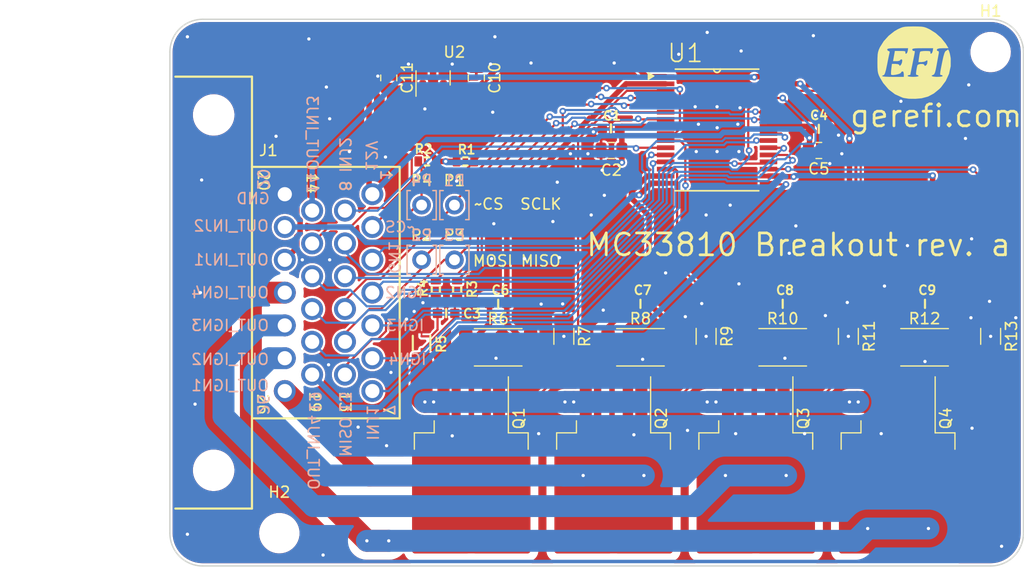
<source format=kicad_pcb>
(kicad_pcb (version 20221018) (generator pcbnew)
  (title_block (title "GDI 4ch") (date "2023-05-14") (rev "Rev. d") (company "http://gerefi.com/"))
  (layers (0 "F.Cu" signal) (31 "B.Cu" signal) (34 "B.Paste" user) (35 "F.Paste" user) (36 "B.SilkS" user "B.Silkscreen") (37 "F.SilkS" user "F.Silkscreen") (38 "B.Mask" user) (39 "F.Mask" user) (44 "Edge.Cuts" user))
  (net 0 "")
  (net 1 "GND")
  (net 2 "Net-(C3-Pad1)")
  (net 3 "Net-(C3-Pad2)")
  (net 4 "/OUT_IGN1")
  (net 5 "Net-(U1-FB0)")
  (net 6 "/OUT_IGN2")
  (net 7 "Net-(U1-FB1)")
  (net 8 "/OUT_IGN3")
  (net 9 "Net-(U1-FB2)")
  (net 10 "/OUT_IGN4")
  (net 11 "Net-(U1-FB3)")
  (net 12 "/IGN1")
  (net 13 "/IGN2")
  (net 14 "/IGN3")
  (net 15 "/IGN4")
  (net 16 "/INJ1")
  (net 17 "/INJ2")
  (net 18 "/INJ3")
  (net 19 "/INJ4")
  (net 20 "/~CS")
  (net 21 "/~OUTEN")
  (net 22 "/~SPKDUR")
  (net 23 "/NOMI")
  (net 24 "/MAXI")
  (net 25 "/OUT_INJ4")
  (net 26 "/OUT_INJ3")
  (net 27 "/OUT_INJ2")
  (net 28 "/OUT_INJ1")
  (net 29 "Net-(Q1-E)")
  (net 30 "Net-(U1-RSP)")
  (net 31 "Net-(U1-RSN)")
  (net 32 "+BATT")
  (net 33 "+3.3V")
  (net 34 "Net-(Q3-G)")
  (net 35 "Net-(Q4-G)")
  (net 36 "Net-(Q2-G)")
  (net 37 "Net-(Q1-G)")
  (net 38 "/SCLK")
  (net 39 "/MISO")
  (net 40 "/MOSI")
  (footprint "kicad6-libraries:gerefi_logo" (layer "F.Cu") (at 138 98)
    (fp_text reference "G1" hide)
    (fp_text value "gerefi_LOGO" hide)
  )
  (footprint "Package_TO_SOT_SMD:TO-263-2" (layer "F.Cu") (at 123.54 136.65 -90)
    (fp_text reference "Q3")
    (fp_text value "ISL9V3040S3S")
  )
  (footprint "Package_TO_SOT_SMD:SOT-23" (layer "F.Cu") (at 94.05 99.3625 90)
    (fp_text reference "U2")
    (fp_text value "XC6202P332MR-G")
  )
  (footprint "Resistor_SMD:R_2512_6332Metric" (layer "F.Cu") (at 126 124)
    (fp_text reference "R10")
    (fp_text value "36k")
  )
  (footprint "Connectors:6473423-1" (layer "F.Cu") (at 74 119 -90)
    (fp_text reference "J1")
    (fp_text value "6473423-1")
  )
  (footprint "Capacitor_SMD:C_0805_2012Metric" (layer "F.Cu") (at 90 99.3625 -90)
    (fp_text reference "C11")
    (fp_text value "10u")
  )
  (footprint "Package_TO_SOT_SMD:TO-263-2" (layer "F.Cu") (at 110.54 136.65 -90)
    (fp_text reference "Q2")
    (fp_text value "ISL9V3040S3S")
  )
  (footprint "hellen-one-common:R0603" (layer "F.Cu") (at 93.5 107)
    (fp_text reference "R2")
    (fp_text value "10k" hide)
  )
  (footprint "kicad6-libraries:Shunt_1206" (layer "F.Cu") (at 93 123.59998 90)
    (fp_text reference "R5")
    (fp_text value "0.02" hide)
  )
  (footprint "hellen-one-common:PAD-TH" (layer "F.Cu") (at 93 116)
    (fp_text reference "P2")
    (fp_text value "Pad" hide)
  )
  (footprint "hellen-one-common:R0603" (layer "F.Cu") (at 96.249046 118.7 -90)
    (fp_text reference "R3")
    (fp_text value "100" hide)
  )
  (footprint "Resistor_SMD:R_1206_3216Metric" (layer "F.Cu") (at 106 123 90)
    (fp_text reference "R7")
    (fp_text value "4.02k")
  )
  (footprint "Package_TO_SOT_SMD:TO-263-2" (layer "F.Cu") (at 97.54 136.65 -90)
    (fp_text reference "Q1")
    (fp_text value "ISL9V3040S3S")
  )
  (footprint "hellen-one-common:R0603" (layer "F.Cu") (at 97 107 180)
    (fp_text reference "R1")
    (fp_text value "10k" hide)
  )
  (footprint "Resistor_SMD:R_2512_6332Metric" (layer "F.Cu") (at 138.9625 124)
    (fp_text reference "R12")
    (fp_text value "36k")
  )
  (footprint "Package_TO_SOT_SMD:TO-263-2" (layer "F.Cu") (at 136.54 136.65 -90)
    (fp_text reference "Q4")
    (fp_text value "ISL9V3040S3S")
  )
  (footprint "hellen-one-common:C0603" (layer "F.Cu") (at 139 120)
    (fp_text reference "C9")
    (fp_text value "100n" hide)
  )
  (footprint "hellen-one-common:C0603" (layer "F.Cu") (at 100 120)
    (fp_text reference "C6")
    (fp_text value "100n" hide)
  )
  (footprint "hellen-one-common:PAD-TH" (layer "F.Cu") (at 93 111)
    (fp_text reference "P4")
    (fp_text value "Pad" hide)
  )
  (footprint "Capacitor_SMD:C_0805_2012Metric" (layer "F.Cu") (at 98 99.3625 -90)
    (fp_text reference "C10")
    (fp_text value "10u")
  )
  (footprint "Resistor_SMD:R_1206_3216Metric" (layer "F.Cu") (at 119 123 90)
    (fp_text reference "R9")
    (fp_text value "4.02k")
  )
  (footprint "hellen-one-common:C0603" (layer "F.Cu") (at 113 120)
    (fp_text reference "C7")
    (fp_text value "100n" hide)
  )
  (footprint "hellen-one-common:PAD-TH" (layer "F.Cu") (at 96 111)
    (fp_text reference "P1")
    (fp_text value "Pad" hide)
  )
  (footprint "Capacitor_SMD:C_0805_2012Metric" (layer "F.Cu") (at 129.301 106 180)
    (fp_text reference "C5")
    (fp_text value "10u")
  )
  (footprint "hellen-one-common:C0603" (layer "F.Cu") (at 126 120)
    (fp_text reference "C8")
    (fp_text value "100n" hide)
  )
  (footprint "hellen-one-common:PAD-TH" (layer "F.Cu") (at 96 116)
    (fp_text reference "P3")
    (fp_text value "Pad" hide)
  )
  (footprint "Resistor_SMD:R_2512_6332Metric" (layer "F.Cu") (at 113 124)
    (fp_text reference "R8")
    (fp_text value "36k")
  )
  (footprint "Capacitor_SMD:C_0805_2012Metric" (layer "F.Cu") (at 110.351 106)
    (fp_text reference "C2")
    (fp_text value "10u")
  )
  (footprint "hellen-one-common:C0603" (layer "F.Cu") (at 110.301 104 180)
    (fp_text reference "C1")
    (fp_text value "100n" hide)
  )
  (footprint "hellen-one-common:R0603" (layer "F.Cu") (at 94.3 118.7 -90)
    (fp_text reference "R4")
    (fp_text value "100" hide)
  )
  (footprint "MountingHole:MountingHole_3.2mm_M3_ISO14580" (layer "F.Cu") (at 145 97)
    (fp_text reference "H1")
    (fp_text value "M3")
  )
  (footprint "Resistor_SMD:R_1206_3216Metric" (layer "F.Cu") (at 145 123 90)
    (fp_text reference "R13")
    (fp_text value "4.02k")
  )
  (footprint "MountingHole:MountingHole_3.2mm_M3_ISO14580" (layer "F.Cu") (at 80 141)
    (fp_text reference "H2")
    (fp_text value "M3")
  )
  (footprint "kicad6-libraries:Mcz33810" (layer "F.Cu") (at 120 104.1232)
    (fp_text reference "U1")
    (fp_text value "MCZ33810EK" hide)
  )
  (footprint "Resistor_SMD:R_1206_3216Metric" (layer "F.Cu") (at 132 123 90)
    (fp_text reference "R11")
    (fp_text value "4.02k")
  )
  (footprint "Resistor_SMD:R_2512_6332Metric" (layer "F.Cu") (at 100 124)
    (fp_text reference "R6")
    (fp_text value "36k")
  )
  (footprint "hellen-one-common:C0603" (layer "F.Cu") (at 95.249046 120.9 180)
    (fp_text reference "C3")
    (fp_text value "100p" hide)
  )
  (footprint "hellen-one-common:C0603" (layer "F.Cu") (at 129.301 104)
    (fp_text reference "C4")
    (fp_text value "100n" hide)
  )
  (gr_line (start 70 141) (end 70 97) (stroke (width 0.127)) (layer "Edge.Cuts"))
  (gr_arc (start 145 94) (mid 147.12132 94.87868) (end 148 97) (stroke (width 0.127)) (layer "Edge.Cuts"))
  (gr_arc (start 73 144) (mid 70.87868 143.12132) (end 70 141) (stroke (width 0.127)) (layer "Edge.Cuts"))
  (gr_line (start 148 97) (end 148 141) (stroke (width 0.127)) (layer "Edge.Cuts"))
  (gr_arc (start 70 97) (mid 70.87868 94.87868) (end 73 94) (stroke (width 0.127)) (layer "Edge.Cuts"))
  (gr_line (start 145 144) (end 73 144) (stroke (width 0.127)) (layer "Edge.Cuts"))
  (gr_line (start 73 94) (end 145 94) (stroke (width 0.127)) (layer "Edge.Cuts"))
  (gr_arc (start 148 141) (mid 147.12132 143.12132) (end 145 144) (stroke (width 0.127)) (layer "Edge.Cuts"))
  (gr_text "OUT_IGN3" (at 75.5 122) (layer "B.SilkS") (effects (font (size 1 1)) (justify mirror)))
  (gr_text "MISO" (at 86 132.2 -90) (layer "B.SilkS") (effects (font (size 1 1)) (justify mirror)))
  (gr_text "OUT_INJ2" (at 75.6 112.9) (layer "B.SilkS") (effects (font (size 1 1)) (justify mirror)))
  (gr_text "IGN4" (at 91.7 125.1) (layer "B.SilkS") (effects (font (size 1 1)) (justify mirror)))
  (gr_text "IGN3" (at 91.5 122) (layer "B.SilkS") (effects (font (size 1 1)) (justify mirror)))
  (gr_text "OUT_INJ4" (at 83.1 133.6 -90) (layer "B.SilkS") (effects (font (size 1 1)) (justify mirror)))
  (gr_text "GND" (at 77.6 110.4) (layer "B.SilkS") (effects (font (size 1 1)) (justify mirror)))
  (gr_text "OUT_INJ3" (at 83 104.4 -90) (layer "B.SilkS") (effects (font (size 1 1)) (justify mirror)))
  (gr_text "IGN1" (at 90.5 116 -90) (layer "B.SilkS") (effects (font (size 1 1)) (justify mirror)))
  (gr_text "INJ2" (at 86 106.4 -90) (layer "B.SilkS") (effects (font (size 1 1)) (justify mirror)))
  (gr_text "OUT_IGN4" (at 75.5 119) (layer "B.SilkS") (effects (font (size 1 1)) (justify mirror)))
  (gr_text "INJ1" (at 88.5 130.9 -90) (layer "B.SilkS") (effects (font (size 1 1)) (justify mirror)))
  (gr_text "12V" (at 88.4 106.5 -90) (layer "B.SilkS") (effects (font (size 1 1)) (justify mirror)))
  (gr_text "~CS" (at 91 113) (layer "B.SilkS") (effects (font (size 1 1)) (justify mirror)))
  (gr_text "IGN2" (at 91.4 119) (layer "B.SilkS") (effects (font (size 1 1)) (justify mirror)))
  (gr_text "OUT_IGN2" (at 75.5 125.1) (layer "B.SilkS") (effects (font (size 1 1)) (justify mirror)))
  (gr_text "OUT_INJ1" (at 75.6 116) (layer "B.SilkS") (effects (font (size 1 1)) (justify mirror)))
  (gr_text "OUT_IGN1" (at 75.5 127.5) (layer "B.SilkS") (effects (font (size 1 1)) (justify mirror)))
  (gr_text "MC33810 Breakout rev. a" (at 107.9 115.8) (layer "F.SilkS") (effects (font (size 2 2) (thickness 0.25)) (justify left bottom)))
  (gr_text "gerefi.com" (at 132 104) (layer "F.SilkS") (effects (font (size 2 2) (thickness 0.25)) (justify left bottom)))
  (gr_text "~CS  SCLK" (at 101.8 110.9) (layer "F.SilkS") (effects (font (size 1 1))))
  (gr_text "MOSI MISO" (at 101.7 116.1) (layer "F.SilkS") (effects (font (size 1 1))))
  (segment (start 118 102) (end 119.919394 103.919394) (width 0.2) (layer "F.Cu") (net 1))
  (segment (start 120 104.2) (end 118.1 106.1) (width 0.2) (layer "F.Cu") (net 1))
  (segment (start 120.6 103.6) (end 121.9 103.6) (width 0.2) (layer "F.Cu") (net 1))
  (segment (start 120 104.1232) (end 120 103.929288) (width 0.2) (layer "F.Cu") (net 1))
  (segment (start 120 104.1232) (end 120 102) (width 0.2) (layer "F.Cu") (net 1))
  (segment (start 119.919394 103.919394) (end 120.009894 103.919394) (width 0.2) (layer "F.Cu") (net 1))
  (segment (start 120 104.1232) (end 120 106.1) (width 0.2) (layer "F.Cu") (net 1))
  (segment (start 120 104.1232) (end 120 104.2) (width 0.2) (layer "F.Cu") (net 1))
  (segment (start 120 104.1232) (end 120.5232 103.6) (width 0.2) (layer "F.Cu") (net 1))
  (segment (start 120.0232 104.1232) (end 122 106.1) (width 0.2) (layer "F.Cu") (net 1))
  (segment (start 120 104.1232) (end 120.0768 104.1232) (width 0.2) (layer "F.Cu") (net 1))
  (segment (start 120.5232 103.6) (end 120.6 103.6) (width 0.2) (layer "F.Cu") (net 1))
  (segment (start 120 104.1232) (end 118.8232 104.1232) (width 0.2) (layer "F.Cu") (net 1))
  (segment (start 120 103.929288) (end 120.009894 103.919394) (width 0.2) (layer "F.Cu") (net 1))
  (segment (start 120.0768 104.1232) (end 122.1 102.1) (width 0.2) (layer "F.Cu") (net 1))
  (segment (start 120 104.1232) (end 120.0232 104.1232) (width 0.2) (layer "F.Cu") (net 1))
  (segment (start 118.8232 104.1232) (end 118.3 103.6) (width 0.2) (layer "F.Cu") (net 1))
  (segment (start 120.0768 104.1232) (end 120.6 103.6) (width 0.2) (layer "F.Cu") (net 1))
  (via (at 143.3 131.4) (size 0.6) (drill 0.3) (layers "F.Cu" "B.Cu") (net 1))
  (via (at 108.7 104.3) (size 0.6) (drill 0.3) (layers "F.Cu" "B.Cu") (net 1))
  (via (at 109.6 120.6) (size 0.6) (drill 0.3) (layers "F.Cu" "B.Cu") (net 1))
  (via (at 103.926875 120.05) (size 0.6) (drill 0.3) (layers "F.Cu" "B.Cu") (net 1))
  (via (at 142.7 104.9) (size 0.6) (drill 0.3) (layers "F.Cu" "B.Cu") (net 1))
  (via (at 121.2 111) (size 0.6) (drill 0.3) (layers "F.Cu" "B.Cu") (net 1))
  (via (at 99.8 125) (size 0.6) (drill 0.3) (layers "F.Cu" "B.Cu") (net 1))
  (via (at 91.622792 121.422792) (size 0.6) (drill 0.3) (layers "F.Cu" "B.Cu") (net 1))
  (via (at 84 143) (size 0.6) (drill 0.3) (layers "F.Cu" "B.Cu") (net 1))
  (via (at 92.322792 120.722792) (size 0.6) (drill 0.3) (layers "F.Cu" "B.Cu") (net 1))
  (via (at 129.9 121.1) (size 0.6) (drill 0.3) (layers "F.Cu" "B.Cu") (net 1))
  (via (at 119 123) (size 0.6) (drill 0.3) (layers "F.Cu" "B.Cu") (net 1))
  (via (at 128.8 95.5) (size 0.6) (drill 0.3) (layers "F.Cu" "B.Cu") (net 1))
  (via (at 72.3 129.2) (size 0.6) (drill 0.3) (layers "F.Cu" "B.Cu") (net 1))
  (via (at 72.9 108.7) (size 0.6) (drill 0.3) (layers "F.Cu" "B.Cu") (net 1))
  (via (at 110.6 98) (size 0.6) (drill 0.3) (layers "F.Cu" "B.Cu") (net 1))
  (via (at 71.6 141.1) (size 0.6) (drill 0.3) (layers "F.Cu" "B.Cu") (net 1))
  (via (at 71.6 95.6) (size 0.6) (drill 0.3) (layers "F.Cu" "B.Cu") (net 1))
  (via (at 105.6 115.8) (size 0.6) (drill 0.3) (layers "F.Cu" "B.Cu") (net 1))
  (via (at 126.6 115.4) (size 0.6) (drill 0.3) (layers "F.Cu" "B.Cu") (net 1))
  (via (at 115.3 117.2) (size 0.6) (drill 0.3) (layers "F.Cu" "B.Cu") (net 1))
  (via (at 129 102.8) (size 0.6) (drill 0.3) (layers "F.Cu" "B.Cu") (net 1))
  (via (at 109.7 110.1) (size 0.6) (drill 0.3) (layers "F.Cu" "B.Cu") (net 1))
  (via (at 99.7 95.6) (size 0.6) (drill 0.3) (layers "F.Cu" "B.Cu") (net 1))
  (via (at 82.7 95.8) (size 0.6) (drill 0.3) (layers "F.Cu" "B.Cu") (net 1))
  (via (at 126.2 125) (size 0.6) (drill 0.3) (layers "F.Cu" "B.Cu") (net 1))
  (via (at 99.5 102.5) (size 0.6) (drill 0.3) (layers "F.Cu" "B.Cu") (net 1))
  (via (at 131.9 119.9) (size 0.6) (drill 0.3) (layers "F.Cu" "B.Cu") (net 1))
  (via (at 120 106.1) (size 0.6) (drill 0.3) (layers "F.Cu" "B.Cu") (net 1))
  (via (at 116.5 97.2) (size 0.6) (drill 0.3) (layers "F.Cu" "B.Cu") (net 1))
  (via (at 122 106.1) (size 0.6) (drill 0.3) (layers "F.Cu" "B.Cu") (net 1))
  (via (at 146.7 103.3) (size 0.6) (drill 0.3) (layers "F.Cu" "B.Cu") (net 1))
  (via (at 143.261586 114.081666) (size 0.6) (drill 0.3) (layers "F.Cu" "B.Cu") (net 1))
  (via (at 105.4 108.9) (size 0.6) (drill 0.3) (layers "F.Cu" "B.Cu") (net 1))
  (via (at 143.2 121.3) (size 0.6) (drill 0.3) (layers "F.Cu" "B.Cu") (net 1))
  (via (at 128 131.9) (size 0.6) (drill 0.3) (layers "F.Cu" "B.Cu") (net 1))
  (via (at 120 102) (size 0.6) (drill 0.3) (layers "F.Cu" "B.Cu") (net 1))
  (via (at 135 131.9) (size 0.6) (drill 0.3) (layers "F.Cu" "B.Cu") (net 1))
  (via (at 109.5 107.8) (size 0.6) (drill 0.3) (layers "F.Cu" "B.Cu") (net 1))
  (via (at 91.8 98.1) (size 0.6) (drill 0.3) (layers "F.Cu" "B.Cu") (net 1))
  (via (at 105.892726 120.034481) (size 0.6) (drill 0.3) (layers "F.Cu" "B.Cu") (net 1))
  (via (at 146 142.2) (size 0.6) (drill 0.3) (layers "F.Cu" "B.Cu") (net 1))
  (via (at 121.9 103.6) (size 0.6) (drill 0.3) (layers "F.Cu" "B.Cu") (net 1))
  (via (at 84.5 125.6) (size 0.6) (drill 0.3) (layers "F.Cu" "B.Cu") (net 1))
  (via (at 139 125.3) (size 0.6) (drill 0.3) (layers "F.Cu" "B.Cu") (net 1))
  (via (at 106.600002 106.3) (size 0.6) (drill 0.3) (layers "F.Cu" "B.Cu") (net 1))
  (via (at 135.3 118.4) (size 0.6) (drill 0.3) (layers "F.Cu" "B.Cu") (net 1))
  (via (at 143 100) (size 0.6) (drill 0.3) (layers "F.Cu" "B.Cu") (net 1))
  (via (at 122.1 102.1) (size 0.6) (drill 0.3) (layers "F.Cu" "B.Cu") (net 1))
  (via (at 90.2 126.3) (size 0.6) (drill 0.3) (layers "F.Cu" "B.Cu") (net 1))
  (via (at 93.3 102.2) (size 0.6) (drill 0.3) (layers "F.Cu" "B.Cu") (net 1))
  (via (at 145 123) (size 0.6) (drill 0.3) (layers "F.Cu" "B.Cu") (net 1))
  (via (at 118 102) (size 0.6) (drill 0.3) (layers "F.Cu" "B.Cu") (net 1))
  (via (at 102.4 115.9) (size 0.6) (drill 0.3) (layers "F.Cu" "B.Cu") (net 1))
  (via (at 117.1 121.2) (size 0.6) (drill 0.3) (layers "F.Cu" "B.Cu") (net 1))
  (via (at 84.6 103.1) (size 0.6) (drill 0.3) (layers "F.Cu" "B.Cu") (net 1))
  (via (at 108.5 111.9) (size 0.6) (drill 0.3) (layers "F.Cu" "B.Cu") (net 1))
  (via (at 95.8 132.1) (size 0.6) (drill 0.3) (layers "F.Cu" "B.Cu") (net 1))
  (via (at 112.4 132) (size 0.6) (drill 0.3) (layers "F.Cu" "B.Cu") (net 1))
  (via (at 117.3 131.6) (size 0.6) (drill 0.3) (layers "F.Cu" "B.Cu") (net 1))
  (via (at 119 111.9) (size 0.6) (drill 0.3) (layers "F.Cu" "B.Cu") (net 1))
  (via (at 132 123) (size 0.6) (drill 0.3) (layers "F.Cu" "B.Cu") (net 1))
  (via (at 87.2 131.3) (size 0.6) (drill 0.3) (layers "F.Cu" "B.Cu") (net 1))
  (via (at 84.3 100.2) (size 0.6) (drill 0.3) (layers "F.Cu" "B.Cu") (net 1))
  (via (at 130.3 107.2) (size 0.6) (drill 0.3) (layers "F.Cu" "B.Cu") (net 1))
  (via (at 99.4 115.9) (size 0.6) (drill 0.3) (layers "F.Cu" "B.Cu") (net 1))
  (via (at 99.6 112.7) (size 0.6) (drill 0.3) (layers "F.Cu" "B.Cu") (net 1))
  (via (at 89 99.2) (size 0.6) (drill 0.3) (layers "F.Cu" "B.Cu") (net 1))
  (via (at 118.1 106.1) (size 0.6) (drill 0.3) (layers "F.Cu" "B.Cu") (net 1))
  (via (at 131.1 104.6) (size 0.6) (drill 0.3) (layers "F.Cu" "B.Cu") (net 1))
  (via (at 121.7 131.9) (size 0.6) (drill 0.3) (layers "F.Cu" "B.Cu") (net 1))
  (via (at 95.8 98.1) (size 0.6) (drill 0.3) (layers "F.Cu" "B.Cu") (net 1))
  (via (at 82.1 116) (size 0.6) (drill 0.3) (layers "F.Cu" "B.Cu") (net 1))
  (via (at 147.3 121.3) (size 0.6) (drill 0.3) (layers "F.Cu" "B.Cu") (net 1))
  (via (at 127.2 112.9) (size 0.6) (drill 0.3) (layers "F.Cu" "B.Cu") (net 1))
  (via (at 136.8 101.5) (size 0.6) (drill 0.3) (layers "F.Cu" "B.Cu") (net 1))
  (via (at 84.6 116) (size 0.6) (drill 0.3) (layers "F.Cu" "B.Cu") (net 1))
  (via (at 144.9 119.8) (size 0.6) (drill 0.3) (layers "F.Cu" "B.Cu") (net 1))
  (via (at 79.7 104.7) (size 0.6) (drill 0.3) (layers "F.Cu" "B.Cu") (net 1))
  (via (at 137.4 114.7) (size 0.6) (drill 0.3) (layers "F.Cu" "B.Cu") (net 1))
  (via (at 99.3 98.1) (size 0.6) (drill 0.3) (layers "F.Cu" "B.Cu") (net 1))
  (via (at 119.1 95.2) (size 0.6) (drill 0.3) (layers "F.Cu" "B.Cu") (net 1))
  (via (at 93.122792 119.922792) (size 0.6) (drill 0.3) (layers "F.Cu" "B.Cu") (net 1))
  (via (at 103.7 131.9) (size 0.6) (drill 0.3) (layers "F.Cu" "B.Cu") (net 1))
  (via (at 120.009894 103.919394) (size 0.6) (drill 0.3) (layers "F.Cu" "B.Cu") (net 1))
  (via (at 72.7875 119) (size 0.6) (drill 0.3) (layers "F.Cu" "B.Cu") (net 1))
  (via (at 96.2 108.8) (size 0.6) (drill 0.3) (layers "F.Cu" "B.Cu") (net 1))
  (via (at 118.6 120) (size 0.6) (drill 0.3) (layers "F.Cu" "B.Cu") (net 1))
  (via (at 86.4 106.1) (size 0.6) (drill 0.3) (layers "F.Cu" "B.Cu") (net 1))
  (via (at 106 123) (size 0.6) (drill 0.3) (layers "F.Cu" "B.Cu") (net 1))
  (via (at 118.3 103.6) (size 0.6) (drill 0.3) (layers "F.Cu" "B.Cu") (net 1))
  (via (at 122 118.2) (size 0.6) (drill 0.3) (layers "F.Cu" "B.Cu") (net 1))
  (via (at 89.8 133) (size 0.6) (drill 0.3) (layers "F.Cu" "B.Cu") (net 1))
  (via (at 108.2 106.3) (size 0.6) (drill 0.3) (layers "F.Cu" "B.Cu") (net 1))
  (via (at 89.7 106.6) (size 0.6) (drill 0.3) (layers "F.Cu" "B.Cu") (net 1))
  (via (at 122.2 96.9) (size 0.6) (drill 0.3) (layers "F.Cu" "B.Cu") (net 1))
  (via (at 131.4 106.3) (size 0.6) (drill 0.3) (layers "F.Cu" "B.Cu") (net 1))
  (via (at 103 98) (size 0.6) (drill 0.3) (layers "F.Cu" "B.Cu") (net 1))
  (via (at 105 112.5) (size 0.6) (drill 0.3) (layers "F.Cu" "B.Cu") (net 1))
  (via (at 113.2 125.1) (size 0.6) (drill 0.3) (layers "F.Cu" "B.Cu") (net 1))
  (segment (start 96.039047 120.9) (end 96.039047 119.709999) (width 0.2) (layer "F.Cu") (net 2))
  (segment (start 96.039047 119.709999) (end 96.249046 119.5) (width 0.2) (layer "F.Cu") (net 2))
  (segment (start 93.163797 124.17498) (end 93 124.17498) (width 0.2) (layer "F.Cu") (net 2))
  (segment (start 96.039047 121.29973) (end 93.163797 124.17498) (width 0.2) (layer "F.Cu") (net 2))
  (segment (start 96.039047 120.9) (end 96.039047 121.29973) (width 0.2) (layer "F.Cu") (net 2))
  (segment (start 94.459045 120.9) (end 94.459045 119.659045) (width 0.2) (layer "F.Cu") (net 3))
  (segment (start 94.459045 122.384758) (end 94.459045 120.9) (width 0.2) (layer "F.Cu") (net 3))
  (segment (start 93 123) (end 93.843803 123) (width 0.2) (layer "F.Cu") (net 3))
  (segment (start 94.459045 119.659045) (end 94.3 119.5) (width 0.2) (layer "F.Cu") (net 3))
  (segment (start 93.843803 123) (end 94.459045 122.384758) (width 0.2) (layer "F.Cu") (net 3))
  (segment (start 80.5 128) (end 88.225 135.725) (width 2) (layer "F.Cu") (net 4))
  (segment (start 97.55 124.5125) (end 97.55 132.94) (width 0.5) (layer "F.Cu") (net 4))
  (segment (start 99.209999 120) (end 99.209999 121.827501) (width 0.5) (layer "F.Cu") (net 4))
  (segment (start 97.55 132.94) (end 94.765 135.725) (width 0.5) (layer "F.Cu") (net 4))
  (segment (start 88.225 135.725) (end 94.765 135.725) (width 2) (layer "F.Cu") (net 4))
  (segment (start 99.209999 121.827501) (end 97.0375 124) (width 0.5) (layer "F.Cu") (net 4))
  (segment (start 97.0375 124) (end 97.55 124.5125) (width 0.5) (layer "F.Cu") (net 4))
  (segment (start 107.65 103.940351) (end 107.65 103.765075) (width 0.5) (layer "F.Cu") (net 5))
  (segment (start 100.790001 120) (end 100.790001 121.827501) (width 0.5) (layer "F.Cu") (net 5))
  (segment (start 100.790001 121.827501) (end 102.9625 124) (width 0.5) (layer "F.Cu") (net 5))
  (segment (start 108.540351 103.05) (end 111.683551 99.9068) (width 0.5) (layer "F.Cu") (net 5))
  (segment (start 103.425 124.4625) (end 102.9625 124) (width 0.5) (layer "F.Cu") (net 5))
  (segment (start 111.683551 99.9068) (end 115.301 99.9068) (width 0.5) (layer "F.Cu") (net 5))
  (segment (start 106 124.4625) (end 103.425 124.4625) (width 0.5) (layer "F.Cu") (net 5))
  (segment (start 100.790001 120) (end 100.790001 110.80035) (width 0.5) (layer "F.Cu") (net 5))
  (segment (start 108.365076 103.05) (end 108.540351 103.05) (width 0.5) (layer "F.Cu") (net 5))
  (segment (start 100.790001 110.80035) (end 107.65 103.940351) (width 0.5) (layer "F.Cu") (net 5))
  (segment (start 107.65 103.765075) (end 108.365076 103.05) (width 0.5) (layer "F.Cu") (net 5))
  (segment (start 110.0375 122.172499) (end 110.0375 124) (width 0.5) (layer "F.Cu") (net 6))
  (segment (start 110.4 133.09) (end 107.765 135.725) (width 0.5) (layer "F.Cu") (net 6))
  (segment (start 110.0375 124) (end 110.4 124.3625) (width 0.5) (layer "F.Cu") (net 6))
  (segment (start 110.4 124.3625) (end 110.4 133.09) (width 0.5) (layer "F.Cu") (net 6))
  (segment (start 112.209999 120) (end 110.0375 122.172499) (width 0.5) (layer "F.Cu") (net 6))
  (via (at 107.765 135.725) (size 0.6) (drill 0.3) (layers "F.Cu" "B.Cu") (net 6))
  (via (at 113.315 135.725) (size 0.6) (drill 0.3) (layers "F.Cu" "B.Cu") (net 6))
  (segment (start 77.7 129.159798) (end 84.265202 135.725) (width 2) (layer "B.Cu") (net 6))
  (segment (start 80.5 125) (end 79.085787 125) (width 2) (layer "B.Cu") (net 6))
  (segment (start 106 135.725) (end 113.315 135.725) (width 2) (layer "B.Cu") (net 6))
  (segment (start 106 135.725) (end 107.765 135.725) (width 2) (layer "B.Cu") (net 6))
  (segment (start 77.7 126.385787) (end 77.7 129.159798) (width 2) (layer "B.Cu") (net 6))
  (segment (start 79.085787 125) (end 77.7 126.385787) (width 2) (layer "B.Cu") (net 6))
  (segment (start 84.265202 135.725) (end 106 135.725) (width 2) (layer "B.Cu") (net 6))
  (segment (start 112.178682 110.368632) (end 112.178682 109.788732) (width 0.5) (layer "F.Cu") (net 7))
  (segment (start 115.9625 122.172499) (end 115.9625 124) (width 0.5) (layer "F.Cu") (net 7))
  (segment (start 113.790001 120) (end 115.9625 122.172499) (width 0.5) (layer "F.Cu") (net 7))
  (segment (start 113.790001 120) (end 113.790001 111.979951) (width 0.5) (layer "F.Cu") (net 7))
  (segment (start 113.627814 108.3396) (end 115.301 108.3396) (width 0.5) (layer "F.Cu") (net 7))
  (segment (start 112.178682 109.788732) (end 113.627814 108.3396) (width 0.5) (layer "F.Cu") (net 7))
  (segment (start 113.790001 111.979951) (end 112.178682 110.368632) (width 0.5) (layer "F.Cu") (net 7))
  (segment (start 119 124.4625) (end 116.425 124.4625) (width 0.5) (layer "F.Cu") (net 7))
  (segment (start 116.425 124.4625) (end 115.9625 124) (width 0.5) (layer "F.Cu") (net 7))
  (segment (start 125.209999 120) (end 123.0375 122.172499) (width 0.5) (layer "F.Cu") (net 8))
  (segment (start 123.4 124.3625) (end 123.4 133.09) (width 0.5) (layer "F.Cu") (net 8))
  (segment (start 123.4 133.09) (end 120.765 135.725) (width 0.5) (layer "F.Cu") (net 8))
  (segment (start 123.0375 124) (end 123.4 124.3625) (width 0.5) (layer "F.Cu") (net 8))
  (segment (start 123.0375 122.172499) (end 123.0375 124) (width 0.5) (layer "F.Cu") (net 8))
  (via (at 126.315 135.725) (size 0.6) (drill 0.3) (layers "F.Cu" "B.Cu") (net 8))
  (via (at 120.765 135.725) (size 0.6) (drill 0.3) (layers "F.Cu" "B.Cu") (net 8))
  (segment (start 74.9 125.225989) (end 74.9 130.319596) (width 2) (layer "B.Cu") (net 8))
  (segment (start 78.125989 122) (end 74.9 125.225989) (width 2) (layer "B.Cu") (net 8))
  (segment (start 117.965 138.525) (end 119.395 137.095) (width 2) (layer "B.Cu") (net 8))
  (segment (start 74.9 130.319596) (end 83.105404 138.525) (width 2) (layer "B.Cu") (net 8))
  (segment (start 119.395 137.095) (end 120.765 135.725) (width 2) (layer "B.Cu") (net 8))
  (segment (start 83.105404 138.525) (end 117.965 138.525) (width 2) (layer "B.Cu") (net 8))
  (segment (start 80.5 122) (end 78.125989 122) (width 2) (layer "B.Cu") (net 8))
  (segment (start 120.765 135.725) (end 126.315 135.725) (width 2) (layer "B.Cu") (net 8))
  (segment (start 124.7058 99.9) (end 124.699 99.9068) (width 0.5) (layer "F.Cu") (net 9))
  (segment (start 126.790001 120) (end 128.9625 122.172499) (width 0.5) (layer "F.Cu") (net 9))
  (segment (start 132 124.4625) (end 129.425 124.4625) (width 0.5) (layer "F.Cu") (net 9))
  (segment (start 128.9625 122.172499) (end 128.9625 124) (width 0.5) (layer "F.Cu") (net 9))
  (segment (start 127.6 99.9) (end 124.7058 99.9) (width 0.5) (layer "F.Cu") (net 9))
  (segment (start 132.1 114.690001) (end 132.1 104.9) (width 0.5) (layer "F.Cu") (net 9))
  (segment (start 129.425 124.4625) (end 128.9625 124) (width 0.5) (layer "F.Cu") (net 9))
  (segment (start 126.790001 120) (end 132.1 114.690001) (width 0.5) (layer "F.Cu") (net 9))
  (via (at 127.6 99.9) (size 0.6) (drill 0.3) (layers "F.Cu" "B.Cu") (net 9))
  (via (at 132.1 104.9) (size 0.6) (drill 0.3) (layers "F.Cu" "B.Cu") (net 9))
  (segment (start 132.1 104.4) (end 127.6 99.9) (width 0.5) (layer "B.Cu") (net 9))
  (segment (start 132.1 104.9) (end 132.1 104.4) (width 0.5) (layer "B.Cu") (net 9))
  (segment (start 136.4 124.4) (end 136.4 133.09) (width 0.5) (layer "F.Cu") (net 10))
  (segment (start 138.209999 120) (end 136 122.209999) (width 0.5) (layer "F.Cu") (net 10))
  (segment (start 80.5 119) (end 78.3 119) (width 2) (layer "F.Cu") (net 10))
  (segment (start 136 122.209999) (end 136 124) (width 0.5) (layer "F.Cu") (net 10))
  (segment (start 77.4 131.1) (end 88 141.7) (width 2) (layer "F.Cu") (net 10))
  (segment (start 77.4 119.9) (end 77.4 131.1) (width 2) (layer "F.Cu") (net 10))
  (segment (start 136 124) (end 136.4 124.4) (width 0.5) (layer "F.Cu") (net 10))
  (segment (start 136.4 133.09) (end 133.765 135.725) (width 0.5) (layer "F.Cu") (net 10))
  (segment (start 78.3 119) (end 77.4 119.9) (width 2) (layer "F.Cu") (net 10))
  (segment (start 90 141.7) (end 88 141.7) (width 2) (layer "F.Cu") (net 10))
  (via (at 88 141.7) (size 0.6) (drill 0.3) (layers "F.Cu" "B.Cu") (net 10))
  (via (at 90 141.7) (size 0.6) (drill 0.3) (layers "F.Cu" "B.Cu") (net 10))
  (via (at 133.765 140.575) (size 0.6) (drill 0.3) (layers "F.Cu" "B.Cu") (net 10))
  (via (at 139.315 140.575) (size 0.6) (drill 0.3) (layers "F.Cu" "B.Cu") (net 10))
  (segment (start 90 141.7) (end 88 141.7) (width 2) (layer "B.Cu") (net 10))
  (segment (start 133.765 140.575) (end 132.64 141.7) (width 2) (layer "B.Cu") (net 10))
  (segment (start 133.765 140.575) (end 139.315 140.575) (width 2) (layer "B.Cu") (net 10))
  (segment (start 132.64 141.7) (end 90 141.7) (width 2) (layer "B.Cu") (net 10))
  (segment (start 127 108.4) (end 126.0595 108.4) (width 0.5) (layer "F.Cu") (net 11))
  (segment (start 126.0595 108.4) (end 125.9991 108.3396) (width 0.5) (layer "F.Cu") (net 11))
  (segment (start 139.790001 120) (end 139.7 119.909999) (width 0.5) (layer "F.Cu") (net 11))
  (segment (start 142.3875 124.4625) (end 141.925 124) (width 0.5) (layer "F.Cu") (net 11))
  (segment (start 145 124.4625) (end 142.3875 124.4625) (width 0.5) (layer "F.Cu") (net 11))
  (segment (start 141.925 122.134999) (end 141.925 124) (width 0.5) (layer "F.Cu") (net 11))
  (segment (start 125.9991 108.3396) (end 124.699 108.3396) (width 0.5) (layer "F.Cu") (net 11))
  (segment (start 139.790001 120) (end 141.925 122.134999) (width 0.5) (layer "F.Cu") (net 11))
  (segment (start 139.7 119.909999) (end 139.7 108.3) (width 0.5) (layer "F.Cu") (net 11))
  (via (at 127 108.4) (size 0.6) (drill 0.3) (layers "F.Cu" "B.Cu") (net 11))
  (via (at 139.7 108.3) (size 0.6) (drill 0.3) (layers "F.Cu" "B.Cu") (net 11))
  (segment (start 139.7 108.3) (end 127.1 108.3) (width 0.5) (layer "B.Cu") (net 11))
  (segment (start 127.1 108.3) (end 127 108.4) (width 0.5) (layer "B.Cu") (net 11))
  (segment (start 125.8534 104.4534) (end 126.2 104.8) (width 0.2) (layer "F.Cu") (net 12))
  (segment (start 124.699 104.4534) (end 125.8534 104.4534) (width 0.2) (layer "F.Cu") (net 12))
  (via (at 126.2 104.8) (size 0.6) (drill 0.3) (layers "F.Cu" "B.Cu") (net 12))
  (segment (start 113.15 107.744974) (end 113.15 106.472182) (width 0.2) (layer "B.Cu") (net 12))
  (segment (start 89.6 114.9) (end 108.620104 114.9) (width 0.2) (layer "B.Cu") (net 12))
  (segment (start 125.9384 104.5384) (end 126.2 104.8) (width 0.2) (layer "B.Cu") (net 12))
  (segment (start 120.476345 105.15) (end 120.754164 104.872182) (width 0.2) (layer "B.Cu") (net 12))
  (segment (start 123.372182 104.5384) (end 125.9384 104.5384) (width 0.2) (layer "B.Cu") (net 12))
  (segment (start 114.472182 105.15) (end 120.476345 105.15) (width 0.2) (layer "B.Cu") (net 12))
  (segment (start 113.45 110.285182) (end 113.45 108.044974) (width 0.2) (layer "B.Cu") (net 12))
  (segment (start 113.45 108.044974) (end 113.15 107.744974) (width 0.2) (layer "B.Cu") (net 12))
  (segment (start 113.15 106.472182) (end 114.472182 105.15) (width 0.2) (layer "B.Cu") (net 12))
  (segment (start 123.0384 104.872182) (end 123.372182 104.5384) (width 0.2) (layer "B.Cu") (net 12))
  (segment (start 108.620104 114.9) (end 112.870104 110.65) (width 0.2) (layer "B.Cu") (net 12))
  (segment (start 120.754164 104.872182) (end 123.0384 104.872182) (width 0.2) (layer "B.Cu") (net 12))
  (segment (start 88.5 116) (end 89.6 114.9) (width 0.2) (layer "B.Cu") (net 12))
  (segment (start 113.085182 110.65) (end 113.45 110.285182) (width 0.2) (layer "B.Cu") (net 12))
  (segment (start 112.870104 110.65) (end 113.085182 110.65) (width 0.2) (layer "B.Cu") (net 12))
  (segment (start 124.699 105.0884) (end 123.599998 105.0884) (width 0.2) (layer "F.Cu") (net 13))
  (via (at 123.599998 105.0884) (size 0.6) (drill 0.3) (layers "F.Cu" "B.Cu") (net 13))
  (segment (start 120.871321 105.25) (end 123.438398 105.25) (width 0.2) (layer "B.Cu") (net 13))
  (segment (start 114.7 107.920104) (end 117.120104 105.5) (width 0.2) (layer "B.Cu") (net 13))
  (segment (start 120.62132 105.5) (end 120.871321 105.25) (width 0.2) (layer "B.Cu") (net 13))
  (segment (start 117.120104 105.5) (end 120.62132 105.5) (width 0.2) (layer "B.Cu") (net 13))
  (segment (start 107.220104 118) (end 114.7 110.520104) (width 0.2) (layer "B.Cu") (net 13))
  (segment (start 89.5 118) (end 107.220104 118) (width 0.2) (layer "B.Cu") (net 13))
  (segment (start 88.5 119) (end 89.5 118) (width 0.2) (layer "B.Cu") (net 13))
  (segment (start 114.7 110.520104) (end 114.7 107.920104) (width 0.2) (layer "B.Cu") (net 13))
  (segment (start 123.438398 105.25) (end 123.599998 105.0884) (width 0.2) (layer "B.Cu") (net 13))
  (segment (start 124.699 105.7488) (end 126.0488 105.7488) (width 0.2) (layer "F.Cu") (net 14))
  (segment (start 126.0488 105.7488) (end 126.1 105.8) (width 0.2) (layer "F.Cu") (net 14))
  (via (at 126.1 105.8) (size 0.6) (drill 0.3) (layers "F.Cu" "B.Cu") (net 14))
  (segment (start 88.5 122) (end 91.823402 122) (width 0.2) (layer "B.Cu") (net 14))
  (segment (start 91.823402 122) (end 93.156082 120.66732) (width 0.2) (layer "B.Cu") (net 14))
  (segment (start 115.85 108.255026) (end 116.155023 107.950003) (width 0.2) (layer "B.Cu") (net 14))
  (segment (start 116.155023 107.950003) (end 121.077218 107.950003) (width 0.2) (layer "B.Cu") (net 14))
  (segment (start 121.227211 108.1) (end 123.705026 108.1) (width 0.2) (layer "B.Cu") (net 14))
  (segment (start 115.85 110.855026) (end 115.85 108.255026) (width 0.2) (layer "B.Cu") (net 14))
  (segment (start 93.156082 120.66732) (end 106.037706 120.66732) (width 0.2) (layer "B.Cu") (net 14))
  (segment (start 123.705026 108.1) (end 126.005026 105.8) (width 0.2) (layer "B.Cu") (net 14))
  (segment (start 121.077218 107.950003) (end 121.227211 108.1) (width 0.2) (layer "B.Cu") (net 14))
  (segment (start 106.037706 120.66732) (end 115.85 110.855026) (width 0.2) (layer "B.Cu") (net 14))
  (segment (start 126.005026 105.8) (end 126.1 105.8) (width 0.2) (layer "B.Cu") (net 14))
  (segment (start 126.4092 106.4092) (end 126.9 106.9) (width 0.2) (layer "F.Cu") (net 15))
  (segment (start 124.699 106.4092) (end 126.4092 106.4092) (width 0.2) (layer "F.Cu") (net 15))
  (via (at 126.9 106.9) (size 0.6) (drill 0.3) (layers "F.Cu" "B.Cu") (net 15))
  (segment (start 120.937257 108.8) (end 124.622182 108.8) (width 0.2) (layer "B.Cu") (net 15))
  (segment (start 124.622182 108.8) (end 126.272182 107.15) (width 0.2) (layer "B.Cu") (net 15))
  (segment (start 96.130604 121.367318) (end 96.275579 121.36732) (width 0.2) (layer "B.Cu") (net 15))
  (segment (start 96.275579 121.36732) (end 106.414141 121.36732) (width 0.2) (layer "B.Cu") (net 15))
  (segment (start 126.272182 107.15) (end 126.65 107.15) (width 0.2) (layer "B.Cu") (net 15))
  (segment (start 92.497921 125) (end 96.130599 121.36732) (width 0.2) (layer "B.Cu") (net 15))
  (segment (start 96.130599 121.36732) (end 96.130604 121.367318) (width 0.2) (layer "B.Cu") (net 15))
  (segment (start 116.55 111.23146) (end 116.55 108.944974) (width 0.2) (layer "B.Cu") (net 15))
  (segment (start 116.55 108.944974) (end 116.844974 108.65) (width 0.2) (layer "B.Cu") (net 15))
  (segment (start 126.65 107.15) (end 126.9 106.9) (width 0.2) (layer "B.Cu") (net 15))
  (segment (start 116.844974 108.65) (end 120.78726 108.65) (width 0.2) (layer "B.Cu") (net 15))
  (segment (start 106.414141 121.36732) (end 116.55 111.23146) (width 0.2) (layer "B.Cu") (net 15))
  (segment (start 120.78726 108.65) (end 120.937257 108.8) (width 0.2) (layer "B.Cu") (net 15))
  (segment (start 88.5 125) (end 92.497921 125) (width 0.2) (layer "B.Cu") (net 15))
  (segment (start 117.1 109.184827) (end 117.115173 109.2) (width 0.2) (layer "F.Cu") (net 16))
  (segment (start 116.6011 105.0884) (end 117.1 105.5873) (width 0.2) (layer "F.Cu") (net 16))
  (segment (start 117.1 105.5873) (end 117.1 109.184827) (width 0.2) (layer "F.Cu") (net 16))
  (segment (start 115.301 105.0884) (end 116.6011 105.0884) (width 0.2) (layer "F.Cu") (net 16))
  (via (at 117.115173 109.2) (size 0.6) (drill 0.3) (layers "F.Cu" "B.Cu") (net 16))
  (segment (start 88.5 128) (end 89.992893 128) (width 0.2) (layer "B.Cu") (net 16))
  (segment (start 117.115173 111.474776) (end 117.115173 109.2) (width 0.2) (layer "B.Cu") (net 16))
  (segment (start 89.992893 128) (end 96.275574 121.71732) (width 0.2) (layer "B.Cu") (net 16))
  (segment (start 106.872629 121.71732) (end 117.115173 111.474776) (width 0.2) (layer "B.Cu") (net 16))
  (segment (start 96.275574 121.71732) (end 106.872629 121.71732) (width 0.2) (layer "B.Cu") (net 16))
  (segment (start 115.301 105.7488) (end 112.6512 105.7488) (width 0.2) (layer "F.Cu") (net 17))
  (segment (start 112.6512 105.7488) (end 112.6 105.8) (width 0.2) (layer "F.Cu") (net 17))
  (via (at 112.6 105.8) (size 0.6) (drill 0.3) (layers "F.Cu" "B.Cu") (net 17))
  (segment (start 88.979899 111.5) (end 94.829899 105.65) (width 0.2) (layer "B.Cu") (net 17))
  (segment (start 112.45 105.65) (end 112.6 105.8) (width 0.2) (layer "B.Cu") (net 17))
  (segment (start 86 111.5) (end 88.979899 111.5) (width 0.2) (layer "B.Cu") (net 17))
  (segment (start 94.829899 105.65) (end 112.45 105.65) (width 0.2) (layer "B.Cu") (net 17))
  (segment (start 115.301 106.4092) (end 114.0092 106.4092) (width 0.2) (layer "F.Cu") (net 18))
  (segment (start 114.0092 106.4092) (end 114 106.4) (width 0.2) (layer "F.Cu") (net 18))
  (via (at 114 106.4) (size 0.6) (drill 0.3) (layers "F.Cu" "B.Cu") (net 18))
  (segment (start 107.265078 116.75) (end 113.015078 111) (width 0.2) (layer "B.Cu") (net 18))
  (segment (start 113.6 107.5) (end 113.6 106.8) (width 0.2) (layer "B.Cu") (net 18))
  (segment (start 113.015078 111) (end 113.230156 111) (width 0.2) (layer "B.Cu") (net 18))
  (segment (start 113.8 110.430156) (end 113.8 107.7) (width 0.2) (layer "B.Cu") (net 18))
  (segment (start 88.032233 117.3) (end 98.218023 117.3) (width 0.2) (layer "B.Cu") (net 18))
  (segment (start 113.230156 111) (end 113.8 110.430156) (width 0.2) (layer "B.Cu") (net 18))
  (segment (start 86 114.5) (end 86 115.267767) (width 0.2) (layer "B.Cu") (net 18))
  (segment (start 98.218023 117.3) (end 98.768023 116.75) (width 0.2) (layer "B.Cu") (net 18))
  (segment (start 113.6 106.8) (end 114 106.4) (width 0.2) (layer "B.Cu") (net 18))
  (segment (start 98.768023 116.75) (end 107.265078 116.75) (width 0.2) (layer "B.Cu") (net 18))
  (segment (start 113.8 107.7) (end 113.6 107.5) (width 0.2) (layer "B.Cu") (net 18))
  (segment (start 86 115.267767) (end 88.032233 117.3) (width 0.2) (layer "B.Cu") (net 18))
  (segment (start 115.301 107.0592) (end 114.278478 107.0592) (width 0.2) (layer "F.Cu") (net 19))
  (segment (start 114.278478 107.0592) (end 114.15 107.187678) (width 0.2) (layer "F.Cu") (net 19))
  (via (at 114.15 107.187678) (size 0.6) (drill 0.3) (layers "F.Cu" "B.Cu") (net 19))
  (segment (start 107.310052 117.1) (end 107.410053 117.1) (width 0.2) (layer "B.Cu") (net 19))
  (segment (start 106.760052 117.65) (end 107.310052 117.1) (width 0.2) (layer "B.Cu") (net 19))
  (segment (start 86.15 117.65) (end 106.760052 117.65) (width 0.2) (layer "B.Cu") (net 19))
  (segment (start 86 117.5) (end 86.15 117.65) (width 0.2) (layer "B.Cu") (net 19))
  (segment (start 113.160052 111.35) (end 113.37513 111.35) (width 0.2) (layer "B.Cu") (net 19))
  (segment (start 107.410053 117.1) (end 113.160052 111.35) (width 0.2) (layer "B.Cu") (net 19))
  (segment (start 114.15 110.57513) (end 114.15 107.187678) (width 0.2) (layer "B.Cu") (net 19))
  (segment (start 113.37513 111.35) (end 114.15 110.57513) (width 0.2) (layer "B.Cu") (net 19))
  (segment (start 93 111) (end 93 107.3) (width 0.2) (layer "F.Cu") (net 20))
  (segment (start 92.7 107.064975) (end 92.7 107) (width 0.2) (layer "F.Cu") (net 20))
  (segment (start 93 107.3) (end 92.7 107) (width 0.2) (layer "F.Cu") (net 20))
  (segment (start 92.75 111.25) (end 92.35 111.25) (width 0.2) (layer "F.Cu") (net 20))
  (segment (start 92.35 111.25) (end 91.9 111.7) (width 0.2) (layer "F.Cu") (net 20))
  (segment (start 97.91 108.06) (end 93.695024 108.06) (width 0.2) (layer "F.Cu") (net 20))
  (segment (start 89.8 111.7) (end 88.5 113) (width 0.2) (layer "F.Cu") (net 20))
  (segment (start 93.695024 108.06) (end 92.7 107.064975) (width 0.2) (layer "F.Cu") (net 20))
  (segment (start 91.9 111.7) (end 89.8 111.7) (width 0.2) (layer "F.Cu") (net 20))
  (segment (start 115.301 101.2022) (end 112.1022 101.2022) (width 0.2) (layer "F.Cu") (net 20))
  (segment (start 93 111) (end 92.75 111.25) (width 0.2) (layer "F.Cu") (net 20))
  (segment (start 109.4 101.1) (end 104.87 101.1) (width 0.2) (layer "F.Cu") (net 20))
  (segment (start 112.1022 101.2022) (end 112.1 101.2) (width 0.2) (layer "F.Cu") (net 20))
  (segment (start 104.87 101.1) (end 97.91 108.06) (width 0.2) (layer "F.Cu") (net 20))
  (via (at 112.1 101.2) (size 0.6) (drill 0.3) (layers "F.Cu" "B.Cu") (net 20))
  (via (at 109.4 101.1) (size 0.6) (drill 0.3) (layers "F.Cu" "B.Cu") (net 20))
  (segment (start 112.1 101.2) (end 109.5 101.2) (width 0.2) (layer "B.Cu") (net 20))
  (segment (start 109.5 101.2) (end 109.4 101.1) (width 0.2) (layer "B.Cu") (net 20))
  (segment (start 97.09 107.71) (end 97.8 107) (width 0.2) (layer "F.Cu") (net 21))
  (segment (start 93.112548 106.29) (end 93.3 106.477452) (width 0.2) (layer "F.Cu") (net 21))
  (segment (start 92.287452 106.29) (end 93.112548 106.29) (width 0.2) (layer "F.Cu") (net 21))
  (segment (start 89.65 111.25) (end 92.1 108.8) (width 0.2) (layer "F.Cu") (net 21))
  (segment (start 93.839999 107.71) (end 97.09 107.71) (width 0.2) (layer "F.Cu") (net 21))
  (segment (start 93.35 107.220001) (end 93.839999 107.71) (width 0.2) (layer "F.Cu") (net 21))
  (segment (start 93.3 106.477452) (end 93.3 107.105025) (width 0.2) (layer "F.Cu") (net 21))
  (segment (start 92.1 108.8) (end 92.1 106.477452) (width 0.2) (layer "F.Cu") (net 21))
  (segment (start 92.1 106.477452) (end 92.287452 106.29) (width 0.2) (layer "F.Cu") (net 21))
  (segment (start 97.8 107) (end 104.5 100.3) (width 0.2) (layer "F.Cu") (net 21))
  (segment (start 116.6 100.4) (end 116.6 104.01) (width 0.2) (layer "F.Cu") (net 21))
  (segment (start 86.5 113) (end 88.25 111.25) (width 0.2) (layer "F.Cu") (net 21))
  (segment (start 116.6 104.01) (end 116.1566 104.4534) (width 0.2) (layer "F.Cu") (net 21))
  (segment (start 84.5 113) (end 86.5 113) (width 0.2) (layer "F.Cu") (net 21))
  (segment (start 93.3 107.105025) (end 93.35 107.155025) (width 0.2) (layer "F.Cu") (net 21))
  (segment (start 83 114.5) (end 84.5 113) (width 0.2) (layer "F.Cu") (net 21))
  (segment (start 104.5 100.3) (end 109.9 100.3) (width 0.2) (layer "F.Cu") (net 21))
  (segment (start 88.25 111.25) (end 89.65 111.25) (width 0.2) (layer "F.Cu") (net 21))
  (segment (start 93.35 107.155025) (end 93.35 107.220001) (width 0.2) (layer "F.Cu") (net 21))
  (segment (start 116.1566 104.4534) (end 115.301 104.4534) (width 0.2) (layer "F.Cu") (net 21))
  (via (at 109.9 100.3) (size 0.6) (drill 0.3) (layers "F.Cu" "B.Cu") (net 21))
  (via (at 116.6 100.4) (size 0.6) (drill 0.3) (layers "F.Cu" "B.Cu") (net 21))
  (segment (start 116.5 100.3) (end 116.6 100.4) (width 0.2) (layer "B.Cu") (net 21))
  (segment (start 109.9 100.3) (end 116.5 100.3) (width 0.2) (layer "B.Cu") (net 21))
  (segment (start 124.5432 107.2) (end 121.6 107.2) (width 0.2) (layer "F.Cu") (net 22))
  (segment (start 124.699 107.0442) (end 124.5432 107.2) (width 0.2) (layer "F.Cu") (net 22))
  (via (at 121.6 107.2) (size 0.6) (drill 0.3) (layers "F.Cu" "B.Cu") (net 22))
  (segment (start 115.05 108.065078) (end 115.965078 107.15) (width 0.2) (layer "B.Cu") (net 22))
  (segment (start 115.05 110.665078) (end 115.05 108.065078) (width 0.2) (layer "B.Cu") (net 22))
  (segment (start 87.982233 120.25) (end 89.565075 120.25) (width 0.2) (layer "B.Cu") (net 22))
  (segment (start 83 117.5) (end 84.25 118.75) (width 0.2) (layer "B.Cu") (net 22))
  (segment (start 115.965078 107.15) (end 121.55 107.15) (width 0.2) (layer "B.Cu") (net 22))
  (segment (start 86.482233 118.75) (end 87.982233 120.25) (width 0.2) (layer "B.Cu") (net 22))
  (segment (start 91.065075 118.75) (end 106.965078 118.75) (width 0.2) (layer "B.Cu") (net 22))
  (segment (start 89.565075 120.25) (end 91.065075 118.75) (width 0.2) (layer "B.Cu") (net 22))
  (segment (start 106.965078 118.75) (end 115.05 110.665078) (width 0.2) (layer "B.Cu") (net 22))
  (segment (start 84.25 118.75) (end 86.482233 118.75) (width 0.2) (layer "B.Cu") (net 22))
  (segment (start 121.55 107.15) (end 121.6 107.2) (width 0.2) (layer "B.Cu") (net 22))
  (segment (start 122.926002 106) (end 122.85 105.923998) (width 0.2) (layer "F.Cu") (net 23))
  (segment (start 122.85 105.923998) (end 122.85 102.25) (width 0.2) (layer "F.Cu") (net 23))
  (segment (start 123.2628 101.8372) (end 124.699 101.8372) (width 0.2) (layer "F.Cu") (net 23))
  (segment (start 122.85 102.25) (end 123.2628 101.8372) (width 0.2) (layer "F.Cu") (net 23))
  (via (at 122.926002 106) (size 0.6) (drill 0.3) (layers "F.Cu" "B.Cu") (net 23))
  (segment (start 89.71005 120.6) (end 91.21005 119.1) (width 0.2) (layer "B.Cu") (net 23))
  (segment (start 88.132233 120.6) (end 89.71005 120.6) (width 0.2) (layer "B.Cu") (net 23))
  (segment (start 107.110052 119.1) (end 115.4 110.810052) (width 0.2) (layer "B.Cu") (net 23))
  (segment (start 84.25 121.75) (end 86.982233 121.75) (width 0.2) (layer "B.Cu") (net 23))
  (segment (start 121.372183 107.75) (end 121.860052 107.75) (width 0.2) (layer "B.Cu") (net 23))
  (segment (start 116.110052 107.5) (end 121.122183 107.5) (width 0.2) (layer "B.Cu") (net 23))
  (segment (start 115.4 110.810052) (end 115.4 108.210052) (width 0.2) (layer "B.Cu") (net 23))
  (segment (start 122.926002 106.68405) (end 122.926002 106) (width 0.2) (layer "B.Cu") (net 23))
  (segment (start 121.122183 107.5) (end 121.372183 107.75) (width 0.2) (layer "B.Cu") (net 23))
  (segment (start 83 120.5) (end 84.25 121.75) (width 0.2) (layer "B.Cu") (net 23))
  (segment (start 121.860052 107.75) (end 122.926002 106.68405) (width 0.2) (layer "B.Cu") (net 23))
  (segment (start 86.982233 121.75) (end 88.132233 120.6) (width 0.2) (layer "B.Cu") (net 23))
  (segment (start 115.4 108.210052) (end 116.110052 107.5) (width 0.2) (layer "B.Cu") (net 23))
  (segment (start 91.21005 119.1) (end 107.110052 119.1) (width 0.2) (layer "B.Cu") (net 23))
  (segment (start 124.7012 101.2) (end 124.699 101.2022) (width 0.2) (layer "F.Cu") (net 24))
  (segment (start 126 101.2) (end 124.7012 101.2) (width 0.2) (layer "F.Cu") (net 24))
  (via (at 126 101.2) (size 0.6) (drill 0.3) (layers "F.Cu" "B.Cu") (net 24))
  (segment (start 86.9 124.75) (end 84.25 124.75) (width 0.2) (layer "B.Cu") (net 24))
  (segment (start 91.068377 123.25) (end 88.4 123.25) (width 0.2) (layer "B.Cu") (net 24))
  (segment (start 123.85 108.45) (end 121.082233 108.45) (width 0.2) (layer "B.Cu") (net 24))
  (segment (start 126 101.2) (end 129 104.2) (width 0.2) (layer "B.Cu") (net 24))
  (segment (start 93.301057 121.01732) (end 91.068377 123.25) (width 0.2) (layer "B.Cu") (net 24))
  (segment (start 127.622182 105.4) (end 126.222182 106.8) (width 0.2) (layer "B.Cu") (net 24))
  (segment (start 128.8 105.4) (end 127.622182 105.4) (width 0.2) (layer "B.Cu") (net 24))
  (segment (start 88.4 123.25) (end 86.9 124.75) (width 0.2) (layer "B.Cu") (net 24))
  (segment (start 120.932238 108.300001) (end 120.642289 108.299998) (width 0.2) (layer "B.Cu") (net 24))
  (segment (start 126.222182 106.8) (end 125.5 106.8) (width 0.2) (layer "B.Cu") (net 24))
  (segment (start 84.25 124.75) (end 83 123.5) (width 0.2) (layer "B.Cu") (net 24))
  (segment (start 116.699999 108.3) (end 116.2 108.8) (width 0.2) (layer "B.Cu") (net 24))
  (segment (start 121.082233 108.45) (end 120.932238 108.300001) (width 0.2) (layer "B.Cu") (net 24))
  (segment (start 106.269166 121.01732) (end 93.301057 121.01732) (width 0.2) (layer "B.Cu") (net 24))
  (segment (start 116.2 111.086486) (end 106.269166 121.01732) (width 0.2) (layer "B.Cu") (net 24))
  (segment (start 120.642287 108.3) (end 116.699999 108.3) (width 0.2) (layer "B.Cu") (net 24))
  (segment (start 129 105.2) (end 128.8 105.4) (width 0.2) (layer "B.Cu") (net 24))
  (segment (start 125.5 106.8) (end 123.85 108.45) (width 0.2) (layer "B.Cu") (net 24))
  (segment (start 116.2 108.8) (end 116.2 111.086486) (width 0.2) (layer "B.Cu") (net 24))
  (segment (start 120.642289 108.299998) (end 120.642287 108.3) (width 0.2) (layer "B.Cu") (net 24))
  (segment (start 129 104.2) (end 129 105.2) (width 0.2) (layer "B.Cu") (net 24))
  (segment (start 124.799 109.1) (end 124.699 109) (width 0.2) (layer "F.Cu") (net 25))
  (segment (start 126.3 109.1) (end 124.799 109.1) (width 0.2) (layer "F.Cu") (net 25))
  (via (at 126.3 109.1) (size 0.6) (drill 0.3) (layers "F.Cu" "B.Cu") (net 25))
  (segment (start 86 129.5) (end 89.2 129.5) (width 0.5) (layer "B.Cu") (net 25))
  (segment (start 96.48268 122.21732) (end 113.18268 122.21732) (width 0.5) (layer "B.Cu") (net 25))
  (segment (start 113.18268 122.21732) (end 126.3 109.1) (width 0.5) (layer "B.Cu") (net 25))
  (segment (start 83 126.5) (end 86 129.5) (width 0.5) (layer "B.Cu") (net 25))
  (segment (start 89.2 129.5) (end 96.48268 122.21732) (width 0.5) (layer "B.Cu") (net 25))
  (segment (start 123.4 99.3) (end 123.4536 99.2464) (width 0.5) (layer "F.Cu") (net 26))
  (segment (start 123.4536 99.2464) (end 124.699 99.2464) (width 0.5) (layer "F.Cu") (net 26))
  (via (at 123.4 99.3) (size 0.6) (drill 0.3) (layers "F.Cu" "B.Cu") (net 26))
  (segment (start 91.2 99.3) (end 123.4 99.3) (width 0.5) (layer "B.Cu") (net 26))
  (segment (start 83 111.5) (end 83 107.5) (width 0.5) (layer "B.Cu") (net 26))
  (segment (start 83 107.5) (end 91.2 99.3) (width 0.5) (layer "B.Cu") (net 26))
  (segment (start 113.957364 109) (end 112.878682 110.078682) (width 0.5) (layer "F.Cu") (net 27))
  (segment (start 115.301 109) (end 113.957364 109) (width 0.5) (layer "F.Cu") (net 27))
  (via (at 112.878682 110.078682) (size 0.6) (drill 0.3) (layers "F.Cu" "B.Cu") (net 27))
  (segment (start 87.920101 114.4) (end 107.997919 114.4) (width 0.5) (layer "B.Cu") (net 27))
  (segment (start 86.520101 113) (end 87.920101 114.4) (width 0.5) (layer "B.Cu") (net 27))
  (segment (start 80.5 113) (end 86.520101 113) (width 0.5) (layer "B.Cu") (net 27))
  (segment (start 112.319237 110.078682) (end 112.878682 110.078682) (width 0.5) (layer "B.Cu") (net 27))
  (segment (start 107.997919 114.4) (end 112.319237 110.078682) (width 0.5) (layer "B.Cu") (net 27))
  (segment (start 80.5 116) (end 81.6 114.9) (width 0.5) (layer "F.Cu") (net 28))
  (segment (start 81.9 113.579899) (end 81.9 112.379899) (width 0.5) (layer "F.Cu") (net 28))
  (segment (start 110.65 96.35) (end 113.5464 99.2464) (width 0.5) (layer "F.Cu") (net 28))
  (segment (start 82.1 110.379899) (end 82.1 103.749023) (width 0.5) (layer "F.Cu") (net 28))
  (segment (start 81.9 112.379899) (end 81.6 112.079899) (width 0.5) (layer "F.Cu") (net 28))
  (segment (start 81.6 112.079899) (end 81.6 110.879899) (width 0.5) (layer "F.Cu") (net 28))
  (segment (start 89.499023 96.35) (end 110.65 96.35) (width 0.5) (layer "F.Cu") (net 28))
  (segment (start 81.6 114.9) (end 81.6 113.879899) (width 0.5) (layer "F.Cu") (net 28))
  (segment (start 82.1 103.749023) (end 89.499023 96.35) (width 0.5) (layer "F.Cu") (net 28))
  (segment (start 81.6 110.879899) (end 82.1 110.379899) (width 0.5) (layer "F.Cu") (net 28))
  (segment (start 113.5464 99.2464) (end 115.301 99.2464) (width 0.5) (layer "F.Cu") (net 28))
  (segment (start 81.6 113.879899) (end 81.9 113.579899) (width 0.5) (layer "F.Cu") (net 28))
  (segment (start 93 128.7) (end 93 125.42498) (width 2) (layer "F.Cu") (net 29))
  (segment (start 121 129) (end 119.1 129) (width 2) (layer "F.Cu") (net 29))
  (segment (start 93.3 129) (end 93 128.7) (width 2) (layer "F.Cu") (net 29))
  (segment (start 108 129) (end 106.1 129) (width 2) (layer "F.Cu") (net 29))
  (segment (start 95 129) (end 94.1 129) (width 2) (layer "F.Cu") (net 29))
  (segment (start 94.1 129) (end 93.3 129) (width 2) (layer "F.Cu") (net 29))
  (segment (start 134 129) (end 132.1 129) (width 2) (layer "F.Cu") (net 29))
  (via (at 132.9 129) (size 0.6) (drill 0.3) (layers "F.Cu" "B.Cu") (net 29))
  (via (at 119.1 129) (size 0.6) (drill 0.3) (layers "F.Cu" "B.Cu") (net 29))
  (via (at 106.9 129) (size 0.6) (drill 0.3) (layers "F.Cu" "B.Cu") (net 29))
  (via (at 93.3 129) (size 0.6) (drill 0.3) (layers "F.Cu" "B.Cu") (net 29))
  (via (at 106.1 129) (size 0.6) (drill 0.3) (layers "F.Cu" "B.Cu") (net 29))
  (via (at 94.1 129) (size 0.6) (drill 0.3) (layers "F.Cu" "B.Cu") (net 29))
  (via (at 119.9 129) (size 0.6) (drill 0.3) (layers "F.Cu" "B.Cu") (net 29))
  (via (at 132.1 129) (size 0.6) (drill 0.3) (layers "F.Cu" "B.Cu") (net 29))
  (segment (start 106.9 129) (end 106.1 129) (width 2) (layer "B.Cu") (net 29))
  (segment (start 119.9 129) (end 119.1 129) (width 2) (layer "B.Cu") (net 29))
  (segment (start 132.9 129) (end 132.8 129) (width 2) (layer "B.Cu") (net 29))
  (segment (start 132.8 129) (end 106.9 129) (width 2) (layer "B.Cu") (net 29))
  (segment (start 106.1 129) (end 93.3 129) (width 2) (layer "B.Cu") (net 29))
  (segment (start 96.249046 117.9) (end 98.5 115.649046) (width 0.2) (layer "F.Cu") (net 30))
  (segment (start 98.5 115.649046) (end 98.5 112.036796) (width 0.2) (layer "F.Cu") (net 30))
  (segment (start 123.442 103.158) (end 123.4 103.2) (width 0.2) (layer "F.Cu") (net 30))
  (segment (start 124.699 103.158) (end 123.442 103.158) (width 0.2) (layer "F.Cu") (net 30))
  (segment (start 98.5 112.036796) (end 106.982481 103.554315) (width 0.2) (layer "F.Cu") (net 30))
  (via (at 123.4 103.2) (size 0.6) (drill 0.3) (layers "F.Cu" "B.Cu") (net 30))
  (via (at 106.982481 103.554315) (size 0.6) (drill 0.3) (layers "F.Cu" "B.Cu") (net 30))
  (segment (start 122.156903 103.079085) (end 122.127818 103.05) (width 0.2) (layer "B.Cu") (net 30))
  (segment (start 113.027818 103.65) (end 107.078166 103.65) (width 0.2) (layer "B.Cu") (net 30))
  (segment (start 107.078166 103.65) (end 106.982481 103.554315) (width 0.2) (layer "B.Cu") (net 30))
  (segment (start 123.4 103.2) (end 123.279085 103.079085) (width 0.2) (layer "B.Cu") (net 30))
  (segment (start 123.279085 103.079085) (end 122.156903 103.079085) (width 0.2) (layer "B.Cu") (net 30))
  (segment (start 113.627818 103.05) (end 113.027818 103.65) (width 0.2) (layer "B.Cu") (net 30))
  (segment (start 122.127818 103.05) (end 113.627818 103.05) (width 0.2) (layer "B.Cu") (net 30))
  (segment (start 96.3 117.3) (end 98.15 115.45) (width 0.2) (layer "F.Cu") (net 31))
  (segment (start 98.15 111.638909) (end 105.90001 103.888899) (width 0.2) (layer "F.Cu") (net 31))
  (segment (start 94.9 117.3) (end 96.3 117.3) (width 0.2) (layer "F.Cu") (net 31))
  (segment (start 98.15 115.45) (end 98.15 111.638909) (width 0.2) (layer "F.Cu") (net 31))
  (segment (start 105.90001 103.888899) (end 105.90001 102.4) (width 0.2) (layer "F.Cu") (net 31))
  (segment (start 124.699 102.4976) (end 123.5476 102.4976) (width 0.2) (layer "F.Cu") (net 31))
  (segment (start 123.5476 102.4976) (end 123.5 102.45) (width 0.2) (layer "F.Cu") (net 31))
  (segment (start 94.3 117.9) (end 94.9 117.3) (width 0.2) (layer "F.Cu") (net 31))
  (via (at 123.5 102.45) (size 0.6) (drill 0.3) (layers "F.Cu" "B.Cu") (net 31))
  (via (at 105.90001 102.4) (size 0.6) (drill 0.3) (layers "F.Cu" "B.Cu") (net 31))
  (segment (start 110.197457 102.1) (end 109.997457 102.3) (width 0.2) (layer "B.Cu") (net 31))
  (segment (start 121.227152 102.7) (end 121.077152 102.55) (width 0.2) (layer "B.Cu") (net 31))
  (segment (start 110.653093 102.1) (end 110.197457 102.1) (width 0.2) (layer "B.Cu") (net 31))
  (segment (start 123.5 102.45) (end 122.527818 102.45) (width 0.2) (layer "B.Cu") (net 31))
  (segment (start 122.277818 102.7) (end 121.227152 102.7) (width 0.2) (layer "B.Cu") (net 31))
  (segment (start 111.103093 102.55) (end 110.653093 102.1) (width 0.2) (layer "B.Cu") (net 31))
  (segment (start 122.527818 102.45) (end 122.277818 102.7) (width 0.2) (layer "B.Cu") (net 31))
  (segment (start 106.00001 102.3) (end 105.90001 102.4) (width 0.2) (layer "B.Cu") (net 31))
  (segment (start 109.997457 102.3) (end 106.00001 102.3) (width 0.2) (layer "B.Cu") (net 31))
  (segment (start 121.077152 102.55) (end 111.103093 102.55) (width 0.2) (layer "B.Cu") (net 31))
  (segment (start 128.510999 104) (end 128.303999 103.793) (width 0.5) (layer "F.Cu") (net 32))
  (segment (start 88.2 98.568261) (end 89.768261 97) (width 0.5) (layer "F.Cu") (net 32))
  (segment (start 128.303999 103.793) (end 124.699 103.793) (width 0.5) (layer "F.Cu") (net 32))
  (segment (start 100 98.38995) (end 98.07745 100.3125) (width 0.5) (layer "F.Cu") (net 32))
  (segment (start 98 100.3125) (end 95.0125 100.3125) (width 0.5) (layer "F.Cu") (net 32))
  (segment (start 88.2 109.7) (end 88.2 98.568261) (width 0.5) (layer "F.Cu") (net 32))
  (segment (start 95.0125 100.3125) (end 95 100.3) (width 0.5) (layer "F.Cu") (net 32))
  (segment (start 128.510999 104) (end 128.510999 104.789001) (width 0.5) (layer "F.Cu") (net 32))
  (segment (start 128.45 105.901) (end 128.45 104.85) (width 0.5) (layer "F.Cu") (net 32))
  (segment (start 128.510999 104.789001) (end 128.45 104.85) (width 0.5) (layer "F.Cu") (net 32))
  (segment (start 128.351 106) (end 128.45 105.901) (width 0.5) (layer "F.Cu") (net 32))
  (segment (start 98.07745 100.3125) (end 98 100.3125) (width 0.5) (layer "F.Cu") (net 32))
  (segment (start 100 97) (end 100 98.38995) (width 0.5) (layer "F.Cu") (net 32))
  (segment (start 89.768261 97) (end 100 97) (width 0.5) (layer "F.Cu") (net 32))
  (segment (start 88.5 110) (end 88.2 109.7) (width 0.5) (layer "F.Cu") (net 32))
  (via (at 128.45 104.85) (size 0.6) (drill 0.3) (layers "F.Cu" "B.Cu") (net 32))
  (segment (start 120.269239 104.65) (end 120.574533 104.344706) (width 0.5) (layer "B.Cu") (net 32))
  (segment (start 122.270369 104.344706) (end 122.576675 104.0384) (width 0.5) (layer "B.Cu") (net 32))
  (segment (start 93.5 105) (end 108.98995 105) (width 0.5) (layer "B.Cu") (net 32))
  (segment (start 88.5 110) (end 93.5 105) (width 0.5) (layer "B.Cu") (net 32))
  (segment (start 122.576675 104.0384) (end 127.6384 104.0384) (width 0.5) (layer "B.Cu") (net 32))
  (segment (start 108.98995 105) (end 109.33995 104.65) (width 0.5) (layer "B.Cu") (net 32))
  (segment (start 120.574533 104.344706) (end 122.270369 104.344706) (width 0.5) (layer "B.Cu") (net 32))
  (segment (start 109.33995 104.65) (end 120.269239 104.65) (width 0.5) (layer "B.Cu") (net 32))
  (segment (start 127.6384 104.0384) (end 128.45 104.85) (width 0.5) (layer "B.Cu") (net 32))
  (segment (start 94.3 107) (end 95.2 107) (width 0.5) (layer "F.Cu") (net 33))
  (segment (start 95.2 107) (end 96.2 107) (width 0.5) (layer "F.Cu") (net 33))
  (segment (start 111.3 107.1) (end 111.3 106.001) (width 0.5) (layer "F.Cu") (net 33))
  (segment (start 93.319654 105.79) (end 90.79 105.79) (width 0.5) (layer "F.Cu") (net 33))
  (segment (start 111.3 106.001) (end 111.301 106) (width 0.5) (layer "F.Cu") (net 33))
  (segment (start 111.091001 104) (end 111.291001 103.8) (width 0.5) (layer "F.Cu") (net 33))
  (segment (start 112.89695 103.793) (end 115.301 103.793) (width 0.5) (layer "F.Cu") (net 33))
  (segment (start 111.301 106) (end 111.301 104.209999) (width 0.5) (layer "F.Cu") (net 33))
  (segment (start 111.301 104.209999) (end 111.091001 104) (width 0.5) (layer "F.Cu") (net 33))
  (segment (start 90.79 105.79) (end 90.075 105.075) (width 0.5) (layer "F.Cu") (net 33))
  (segment (start 112.88995 103.8) (end 112.89695 103.793) (width 0.5) (layer "F.Cu") (net 33))
  (segment (start 90.0125 100.3) (end 93.1 100.3) (width 0.5) (layer "F.Cu") (net 33))
  (segment (start 94.3 107) (end 94.3 106.770346) (width 0.5) (layer "F.Cu") (net 33))
  (segment (start 90 100.3125) (end 90.0125 100.3) (width 0.5) (layer "F.Cu") (net 33))
  (segment (start 90.075 105.075) (end 90.075 100.3125) (width 0.5) (layer "F.Cu") (net 33))
  (segment (start 111.291001 103.8) (end 112.88995 103.8) (width 0.5) (layer "F.Cu") (net 33))
  (segment (start 94.3 106.770346) (end 93.319654 105.79) (width 0.5) (layer "F.Cu") (net 33))
  (via (at 95.2 107) (size 0.6) (drill 0.3) (layers "F.Cu" "B.Cu") (net 33))
  (via (at 111.3 107.1) (size 0.6) (drill 0.3) (layers "F.Cu" "B.Cu") (net 33))
  (segment (start 95.2 107) (end 95.3 107.1) (width 0.5) (layer "B.Cu") (net 33))
  (segment (start 95.3 107.1) (end 111.3 107.1) (width 0.5) (layer "B.Cu") (net 33))
  (segment (start 133.125 124.982107) (end 133.125 103.925) (width 0.2) (layer "F.Cu") (net 34))
  (segment (start 126.08 129) (end 129.107107 129) (width 0.2) (layer "F.Cu") (net 34))
  (segment (start 129.7418 100.5418) (end 124.699 100.5418) (width 0.2) (layer "F.Cu") (net 34))
  (segment (start 133.125 103.925) (end 129.7418 100.5418) (width 0.2) (layer "F.Cu") (net 34))
  (segment (start 129.107107 129) (end 133.125 124.982107) (width 0.2) (layer "F.Cu") (net 34))
  (segment (start 146.149999 110.499999) (end 143.4 107.75) (width 0.2) (layer "F.Cu") (net 35))
  (segment (start 146.149999 124.957108) (end 146.149999 110.499999) (width 0.2) (layer "F.Cu") (net 35))
  (segment (start 126.5 107.7) (end 124.7036 107.7) (width 0.2) (layer "F.Cu") (net 35))
  (segment (start 142.107107 129) (end 146.149999 124.957108) (width 0.2) (layer "F.Cu") (net 35))
  (segment (start 139.08 129) (end 142.107107 129) (width 0.2) (layer "F.Cu") (net 35))
  (segment (start 124.7036 107.7) (end 124.699 107.7046) (width 0.2) (layer "F.Cu") (net 35))
  (via (at 126.5 107.7) (size 0.6) (drill 0.3) (layers "F.Cu" "B.Cu") (net 35))
  (via (at 143.4 107.75) (size 0.6) (drill 0.3) (layers "F.Cu" "B.Cu") (net 35))
  (segment (start 126.5 107.7) (end 126.55 107.75) (width 0.2) (layer "B.Cu") (net 35))
  (segment (start 126.55 107.75) (end 143.4 107.75) (width 0.2) (layer "B.Cu") (net 35))
  (segment (start 116.3511 116.3511) (end 116.3511 107.8737) (width 0.2) (layer "F.Cu") (net 36))
  (segment (start 116.182 107.7046) (end 115.301 107.7046) (width 0.2) (layer "F.Cu") (net 36))
  (segment (start 116.107107 129) (end 120.125 124.982107) (width 0.2) (layer "F.Cu") (net 36))
  (segment (start 120.125 120.125) (end 116.3511 116.3511) (width 0.2) (layer "F.Cu") (net 36))
  (segment (start 120.125 124.982107) (end 120.125 120.125) (width 0.2) (layer "F.Cu") (net 36))
  (segment (start 116.3511 107.8737) (end 116.182 107.7046) (width 0.2) (layer "F.Cu") (net 36))
  (segment (start 113.08 129) (end 116.107107 129) (width 0.2) (layer "F.Cu") (net 36))
  (segment (start 107.3 124.807107) (end 107.3 104.997457) (width 0.2) (layer "F.Cu") (net 37))
  (segment (start 111.755657 100.5418) (end 115.301 100.5418) (width 0.2) (layer "F.Cu") (net 37))
  (segment (start 108.747457 103.55) (end 111.755657 100.5418) (width 0.2) (layer "F.Cu") (net 37))
  (segment (start 108.572182 103.55) (end 108.747457 103.55) (width 0.2) (layer "F.Cu") (net 37))
  (segment (start 100.08 129) (end 103.107107 129) (width 0.2) (layer "F.Cu") (net 37))
  (segment (start 108.15 104.147457) (end 108.15 103.972182) (width 0.2) (layer "F.Cu") (net 37))
  (segment (start 103.107107 129) (end 107.3 124.807107) (width 0.2) (layer "F.Cu") (net 37))
  (segment (start 107.3 104.997457) (end 108.15 104.147457) (width 0.2) (layer "F.Cu") (net 37))
  (segment (start 108.15 103.972182) (end 108.572182 103.55) (width 0.2) (layer "F.Cu") (net 37))
  (segment (start 87.982233 117.75) (end 86 119.732233) (width 0.2) (layer "F.Cu") (net 38))
  (segment (start 104.9 101.8) (end 108.45 101.8) (width 0.2) (layer "F.Cu") (net 38))
  (segment (start 89.25 117.75) (end 87.982233 117.75) (width 0.2) (layer "F.Cu") (net 38))
  (segment (start 96 111) (end 89.25 117.75) (width 0.2) (layer "F.Cu") (net 38))
  (segment (start 96 110.7) (end 104.9 101.8) (width 0.2) (layer "F.Cu") (net 38))
  (segment (start 96 111) (end 96 110.7) (width 0.2) (layer "F.Cu") (net 38))
  (segment (start 86 119.732233) (end 86 120.5) (width 0.2) (layer "F.Cu") (net 38))
  (segment (start 111.5628 101.8372) (end 115.301 101.8372) (width 0.2) (layer "F.Cu") (net 38))
  (segment (start 111.5 101.9) (end 111.5628 101.8372) (width 0.2) (layer "F.Cu") (net 38))
  (segment (start 108.45 101.8) (end 108.5 101.75) (width 0.2) (layer "F.Cu") (net 38))
  (via (at 108.5 101.75) (size 0.6) (drill 0.3) (layers "F.Cu" "B.Cu") (net 38))
  (via (at 111.5 101.9) (size 0.6) (drill 0.3) (layers "F.Cu" "B.Cu") (net 38))
  (segment (start 111.5 101.9) (end 111.35 101.75) (width 0.2) (layer "B.Cu") (net 38))
  (segment (start 111.35 101.75) (end 108.5 101.75) (width 0.2) (layer "B.Cu") (net 38))
  (segment (start 112.8 103.1) (end 112.858 103.158) (width 0.2) (layer "F.Cu") (net 39))
  (segment (start 97.45 111.35) (end 105.3 103.5) (width 0.2) (layer "F.Cu") (net 39))
  (segment (start 96 116) (end 97.45 114.55) (width 0.2) (layer "F.Cu") (net 39))
  (segment (start 89.017767 123.25) (end 89.75 122.517767) (width 0.2) (layer "F.Cu") (net 39))
  (segment (start 86 126.5) (end 86 125.732233) (width 0.2) (layer "F.Cu") (net 39))
  (segment (start 86 125.732233) (end 88.482233 123.25) (width 0.2) (layer "F.Cu") (net 39))
  (segment (start 88.482233 123.25) (end 89.017767 123.25) (width 0.2) (layer "F.Cu") (net 39))
  (segment (start 97.45 114.55) (end 97.45 111.35) (width 0.2) (layer "F.Cu") (net 39))
  (segment (start 112.858 103.158) (end 115.301 103.158) (width 0.2) (layer "F.Cu") (net 39))
  (segment (start 95.077452 116) (end 96 116) (width 0.2) (layer "F.Cu") (net 39))
  (segment (start 89.75 121.327452) (end 95.077452 116) (width 0.2) (layer "F.Cu") (net 39))
  (segment (start 89.75 122.517767) (end 89.75 121.327452) (width 0.2) (layer "F.Cu") (net 39))
  (via (at 112.8 103.1) (size 0.6) (drill 0.3) (layers "F.Cu" "B.Cu") (net 39))
  (via (at 105.3 103.5) (size 0.6) (drill 0.3) (layers "F.Cu" "B.Cu") (net 39))
  (segment (start 106.754663 103.004315) (end 107.904315 103.004315) (width 0.2) (layer "B.Cu") (net 39))
  (segment (start 107.904315 103.004315) (end 108.1 103.2) (width 0.2) (layer "B.Cu") (net 39))
  (segment (start 112.7 103.2) (end 112.8 103.1) (width 0.2) (layer "B.Cu") (net 39))
  (segment (start 108.1 103.2) (end 112.7 103.2) (width 0.2) (layer "B.Cu") (net 39))
  (segment (start 106.258978 103.5) (end 106.754663 103.004315) (width 0.2) (layer "B.Cu") (net 39))
  (segment (start 105.3 103.5) (end 106.258978 103.5) (width 0.2) (layer "B.Cu") (net 39))
  (segment (start 110.577675 102.4976) (end 110.425275 102.65) (width 0.2) (layer "F.Cu") (net 40))
  (segment (start 88.232233 120.5) (end 89.3 120.5) (width 0.2) (layer "F.Cu") (net 40))
  (segment (start 93 116) (end 97.1 111.9) (width 0.2) (layer "F.Cu") (net 40))
  (segment (start 86 123.5) (end 86 122.732233) (width 0.2) (layer "F.Cu") (net 40))
  (segment (start 97.1 111.9) (end 97.1 110.522983) (width 0.2) (layer "F.Cu") (net 40))
  (segment (start 115.301 102.4976) (end 110.577675 102.4976) (width 0.2) (layer "F.Cu") (net 40))
  (segment (start 97.1 110.522983) (end 104.711491 102.911492) (width 0.2) (layer "F.Cu") (net 40))
  (segment (start 86 122.732233) (end 88.232233 120.5) (width 0.2) (layer "F.Cu") (net 40))
  (segment (start 89.3 120.5) (end 93 116.8) (width 0.2) (layer "F.Cu") (net 40))
  (segment (start 93 116.8) (end 93 116) (width 0.2) (layer "F.Cu") (net 40))
  (via (at 110.425275 102.65) (size 0.6) (drill 0.3) (layers "F.Cu" "B.Cu") (net 40))
  (via (at 104.711491 102.911492) (size 0.6) (drill 0.3) (layers "F.Cu" "B.Cu") (net 40))
  (segment (start 106.155026 102.95) (end 106.455026 102.65) (width 0.2) (layer "B.Cu") (net 40))
  (segment (start 106.455026 102.65) (end 110.425275 102.65) (width 0.2) (layer "B.Cu") (net 40))
  (segment (start 104.711491 102.911492) (end 104.749999 102.95) (width 0.2) (layer "B.Cu") (net 40))
  (segment (start 104.749999 102.95) (end 106.155026 102.95) (width 0.2) (layer "B.Cu") (net 40))
  (zone (net 0) (net_name "") (layer "F.Cu") (connect_pads (clearance 0)) (min_thickness 0.25)
    (keepout (tracks allowed) (vias allowed) (pads allowed) (copperpour not_allowed) (footprints allowed))
    (fill (thermal_gap 0.5) (thermal_bridge_width 0.5))
    (polygon (pts (xy 92.7 122.9) (xy 92.7 121.6) (xy 93.3 121.6) (xy 93.3 122.9)))
  )
  (zone (net 1) (net_name "GND") (layers "F&B.Cu") (connect_pads (clearance 0.2)) (min_thickness 0.25) (fill yes (thermal_gap 0.2) (thermal_bridge_width 0.25))
    (polygon (pts (xy 70 94) (xy 148 94) (xy 148 144) (xy 70 144)))
  )
)
</source>
